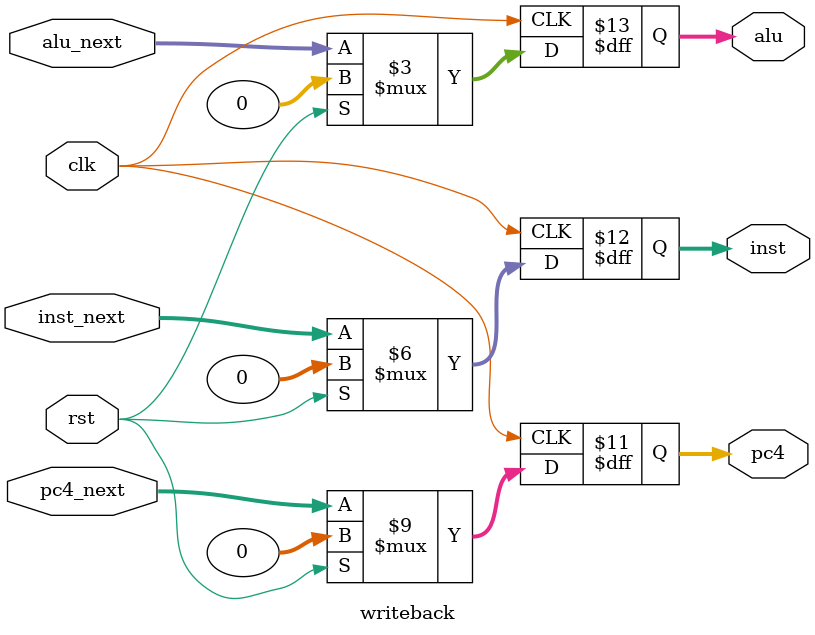
<source format=v>
module writeback (
    input clk,
    input rst,
    input [31:0] pc4_next,
    input [31:0] inst_next,
    input [31:0] alu_next,
    output reg [31:0] pc4,
    output reg [31:0] inst,
    output reg [31:0] alu
);

    always @ (posedge clk) begin
        if (rst) begin
            pc4 <= 32'b0;
            inst <= 32'b0;
            alu <= 32'b0;
        end else begin
            pc4 <= pc4_next;
            inst <= inst_next;
            alu <= alu_next;
        end
    end

endmodule
</source>
